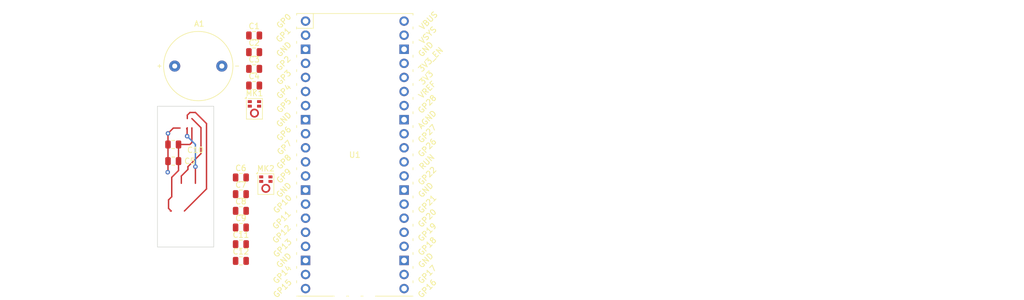
<source format=kicad_pcb>
(kicad_pcb (version 20240108) (generator "pcbnew") (generator_version "8.0")
  (layers (0 "F.Cu" signal) (1 "In1.Cu" power) (2 "In2.Cu" power) (31 "B.Cu" signal) (34 "B.Paste" user) (35 "F.Paste" user) (36 "B.SilkS" user "B.Silkscreen") (37 "F.SilkS" user "F.Silkscreen") (38 "B.Mask" user) (39 "F.Mask" user) (44 "Edge.Cuts" user))
  (net 0 "")
  (net 1 "GND")
  (net 35 "Net-(A1--)")
  (net 36 "Net-(A1-+)")
  (net 37 "39kHz")
  (net 38 "Vbus")
  (net 39 "PDM2")
  (net 40 "3.3V")
  (net 41 "PDM1")
  (net 42 "3.072Mhz clock")
  (net 43 "5V")
  (footprint "Sensor_Audio:Knowles_LGA-5_3.5x2.65mm" (layer "F.Cu") (at 126.705 77.145)
    (property "Reference" "MK2" (at 0 -2.8 0) (layer "F.SilkS"))
    (property "Value" "SPH0641LU4H-1")
    (fp_line (start -1.44 1.86) (end -1.44 -1.56) (stroke (width 0.12)) (layer "F.SilkS"))
    (fp_line (start -1.14 -1.86) (end 1.44 -1.86) (stroke (width 0.12)) (layer "F.SilkS"))
    (fp_line (start 1.44 -1.86) (end 1.44 1.86) (stroke (width 0.12)) (layer "F.SilkS"))
    (fp_line (start 1.44 1.86) (end -1.44 1.86) (stroke (width 0.12)) (layer "F.SilkS"))
    (fp_poly (pts (xy -1.44 -1.86) (xy -1.72 -1.86) (xy -1.44 -2.14) (xy -1.44 -1.86)) (stroke (width 0.12)) (fill solid) (layer "F.SilkS"))
    (pad "" np_thru_hole circle (at 0 0.77) (size 0.5 0.5) (drill 0.5) (layers "*.Cu" "*.Mask"))
    (pad "1" smd rect (at -0.8375 -1.304) (size 0.725 0.522) (layers "F.Cu" "F.Paste" "F.Mask") (net 39 "PDM2"))
    (pad "2" smd rect (at -0.8375 -0.482) (size 0.725 0.522) (layers "F.Cu" "F.Paste" "F.Mask") (net 40 "3.3V"))
    (pad "3" smd custom (at 0 1.4325) (size 0.3 0.3) (layers "F.Cu" "F.Mask") (net 1 "GND") (options (clearance outline) (anchor circle)) (primitives (gr_circle (center 0 -0.6625) (end 0.6625 -0.6625) (width 0.3) (fill no))))
    (pad "4" smd rect (at 0.8375 -0.482) (size 0.725 0.522) (layers "F.Cu" "F.Paste" "F.Mask") (net 42 "3.072Mhz clock"))
    (pad "5" smd rect (at 0.8375 -1.304) (size 0.725 0.522) (layers "F.Cu" "F.Paste" "F.Mask") (net 40 "3.3V"))
  )
  (footprint "Capacitor_SMD:C_0805_2012Metric" (layer "F.Cu") (at 122.2 78.96)
    (property "Reference" "C7" (at 0 -1.68 0) (layer "F.SilkS") (effects (font (size 1.016 1.016) (thickness 0.1524))))
    (property "Value" "1000pF")
    (fp_line (start -0.261252 -0.735) (end 0.261252 -0.735) (stroke (width 0.1524)) (layer "F.SilkS"))
    (fp_line (start -0.261252 0.735) (end 0.261252 0.735) (stroke (width 0.1524)) (layer "F.SilkS"))
    (pad "1" smd roundrect (at -0.95 0) (size 1 1.45) (layers "F.Cu" "F.Paste" "F.Mask") (net 1 "GND"))
    (pad "2" smd roundrect (at 0.95 0) (size 1 1.45) (layers "F.Cu" "F.Paste" "F.Mask") (net 40 "3.3V"))
  )
  (footprint "Capacitor_SMD:C_0805_2012Metric" (layer "F.Cu") (at 124.595 50.3325)
    (property "Reference" "C1" (at 0 -1.68 0) (layer "F.SilkS") (effects (font (size 1.016 1.016) (thickness 0.1524))))
    (property "Value" "0.1uF")
    (fp_line (start -0.261252 -0.735) (end 0.261252 -0.735) (stroke (width 0.1524)) (layer "F.SilkS"))
    (fp_line (start -0.261252 0.735) (end 0.261252 0.735) (stroke (width 0.1524)) (layer "F.SilkS"))
    (pad "1" smd roundrect (at -0.95 0) (size 1 1.45) (layers "F.Cu" "F.Paste" "F.Mask") (net 1 "GND"))
    (pad "2" smd roundrect (at 0.95 0) (size 1 1.45) (layers "F.Cu" "F.Paste" "F.Mask") (net 37 "39kHz"))
  )
  (footprint "Capacitor_SMD:C_0805_2012Metric" (layer "F.Cu") (at 122.2 75.95)
    (property "Reference" "C6" (at 0 -1.68 0) (layer "F.SilkS") (effects (font (size 1.016 1.016) (thickness 0.1524))))
    (property "Value" "0.1uF")
    (fp_line (start -0.261252 -0.735) (end 0.261252 -0.735) (stroke (width 0.1524)) (layer "F.SilkS"))
    (fp_line (start -0.261252 0.735) (end 0.261252 0.735) (stroke (width 0.1524)) (layer "F.SilkS"))
    (pad "1" smd roundrect (at -0.95 0) (size 1 1.45) (layers "F.Cu" "F.Paste" "F.Mask") (net 1 "GND"))
    (pad "2" smd roundrect (at 0.95 0) (size 1 1.45) (layers "F.Cu" "F.Paste" "F.Mask") (net 40 "3.3V"))
  )
  (footprint "Capacitor_SMD:C_0805_2012Metric" (layer "F.Cu") (at 110 70)
    (property "Reference" "C10" (at 4 1 0) (layer "F.SilkS") (effects (font (size 1.016 1.016) (thickness 0.1524))))
    (property "Value" "1000pF")
    (fp_line (start -0.261252 -0.735) (end 0.261252 -0.735) (stroke (width 0.1524)) (layer "F.SilkS"))
    (fp_line (start -0.261252 0.735) (end 0.261252 0.735) (stroke (width 0.1524)) (layer "F.SilkS"))
    (pad "1" smd roundrect (at -0.95 0) (size 1 1.45) (layers "F.Cu" "F.Paste" "F.Mask") (net 1 "GND"))
    (pad "2" smd roundrect (at 0.95 0) (size 1 1.45) (layers "F.Cu" "F.Paste" "F.Mask") (net 39 "PDM2"))
  )
  (footprint "Audio_Module:XDCR_CUSA-T75-18-2400-TH" (layer "F.Cu") (at 114.5135 55.8525)
    (property "Reference" "A1" (at 0.175 -7.635 0) (layer "F.SilkS"))
    (property "Value" "CUSA-T75-18-2400-TH")
    (fp_line (start -7.3 0) (end -6.7 0) (stroke (width 0.127)) (layer "F.SilkS"))
    (fp_line (start -7 -0.3) (end -7 0.3) (stroke (width 0.127)) (layer "F.SilkS"))
    (fp_line (start 7.3 0) (end 6.7 0) (stroke (width 0.127)) (layer "F.SilkS"))
    (fp_circle (center 0 0) (end 6.25 0) (stroke (width 0.127)) (fill none) (layer "F.SilkS"))
    (pad "N" thru_hole circle (at 4.25 0) (size 2 2) (drill 0.9) (layers "*.Cu" "*.Mask") (net 35 "Net-(A1--)"))
    (pad "P" thru_hole circle (at -4.25 0) (size 2 2) (drill 0.9) (layers "*.Cu" "*.Mask") (net 36 "Net-(A1-+)"))
  )
  (footprint "Capacitor_SMD:C_0805_2012Metric" (layer "F.Cu") (at 124.595 56.3525)
    (property "Reference" "C3" (at 0 -1.68 0) (layer "F.SilkS") (effects (font (size 1.016 1.016) (thickness 0.1524))))
    (property "Value" "0.1uF")
    (fp_line (start -0.261252 -0.735) (end 0.261252 -0.735) (stroke (width 0.1524)) (layer "F.SilkS"))
    (fp_line (start -0.261252 0.735) (end 0.261252 0.735) (stroke (width 0.1524)) (layer "F.SilkS"))
    (pad "1" smd roundrect (at -0.95 0) (size 1 1.45) (layers "F.Cu" "F.Paste" "F.Mask") (net 1 "GND"))
    (pad "2" smd roundrect (at 0.95 0) (size 1 1.45) (layers "F.Cu" "F.Paste" "F.Mask") (net 38 "Vbus"))
  )
  (footprint "Capacitor_SMD:C_0805_2012Metric" (layer "F.Cu") (at 110 73)
    (property "Reference" "C5" (at 3 0 0) (layer "F.SilkS") (effects (font (size 1.016 1.016) (thickness 0.1524))))
    (property "Value" "0.1uF")
    (fp_line (start -0.261252 -0.735) (end 0.261252 -0.735) (stroke (width 0.1524)) (layer "F.SilkS"))
    (fp_line (start -0.261252 0.735) (end 0.261252 0.735) (stroke (width 0.1524)) (layer "F.SilkS"))
    (pad "1" smd roundrect (at -0.95 0) (size 1 1.45) (layers "F.Cu" "F.Paste" "F.Mask") (net 1 "GND"))
    (pad "2" smd roundrect (at 0.95 0) (size 1 1.45) (layers "F.Cu" "F.Paste" "F.Mask") (net 39 "PDM2"))
  )
  (footprint "Capacitor_SMD:C_0805_2012Metric" (layer "F.Cu") (at 124.595 53.3425)
    (property "Reference" "C2" (at 0 -1.68 0) (layer "F.SilkS") (effects (font (size 1.016 1.016) (thickness 0.1524))))
    (property "Value" "1000pF")
    (fp_line (start -0.261252 -0.735) (end 0.261252 -0.735) (stroke (width 0.1524)) (layer "F.SilkS"))
    (fp_line (start -0.261252 0.735) (end 0.261252 0.735) (stroke (width 0.1524)) (layer "F.SilkS"))
    (pad "1" smd roundrect (at -0.95 0) (size 1 1.45) (layers "F.Cu" "F.Paste" "F.Mask") (net 1 "GND"))
    (pad "2" smd roundrect (at 0.95 0) (size 1 1.45) (layers "F.Cu" "F.Paste" "F.Mask") (net 37 "39kHz"))
  )
  (footprint "Capacitor_SMD:C_0805_2012Metric" (layer "F.Cu") (at 124.595 59.3625)
    (property "Reference" "C4" (at 0 -1.68 0) (layer "F.SilkS") (effects (font (size 1.016 1.016) (thickness 0.1524))))
    (property "Value" "1000pF")
    (fp_line (start -0.261252 -0.735) (end 0.261252 -0.735) (stroke (width 0.1524)) (layer "F.SilkS"))
    (fp_line (start -0.261252 0.735) (end 0.261252 0.735) (stroke (width 0.1524)) (layer "F.SilkS"))
    (pad "1" smd roundrect (at -0.95 0) (size 1 1.45) (layers "F.Cu" "F.Paste" "F.Mask") (net 1 "GND"))
    (pad "2" smd roundrect (at 0.95 0) (size 1 1.45) (layers "F.Cu" "F.Paste" "F.Mask") (net 38 "Vbus"))
  )
  (footprint "Capacitor_SMD:C_0805_2012Metric" (layer "F.Cu") (at 122.2 81.97)
    (property "Reference" "C8" (at 0 -1.68 0) (layer "F.SilkS") (effects (font (size 1.016 1.016) (thickness 0.1524))))
    (property "Value" "0.1uF")
    (fp_line (start -0.261252 -0.735) (end 0.261252 -0.735) (stroke (width 0.1524)) (layer "F.SilkS"))
    (fp_line (start -0.261252 0.735) (end 0.261252 0.735) (stroke (width 0.1524)) (layer "F.SilkS"))
    (pad "1" smd roundrect (at -0.95 0) (size 1 1.45) (layers "F.Cu" "F.Paste" "F.Mask") (net 1 "GND"))
    (pad "2" smd roundrect (at 0.95 0) (size 1 1.45) (layers "F.Cu" "F.Paste" "F.Mask") (net 40 "3.3V"))
  )
  (footprint "Sensor_Audio:Knowles_LGA-5_3.5x2.65mm" (layer "F.Cu") (at 124.65 63.5675)
    (property "Reference" "MK1" (at 0 -2.8 0) (layer "F.SilkS"))
    (property "Value" "SPH0641LU4H-1")
    (fp_line (start -1.44 1.86) (end -1.44 -1.56) (stroke (width 0.12)) (layer "F.SilkS"))
    (fp_line (start -1.14 -1.86) (end 1.44 -1.86) (stroke (width 0.12)) (layer "F.SilkS"))
    (fp_line (start 1.44 -1.86) (end 1.44 1.86) (stroke (width 0.12)) (layer "F.SilkS"))
    (fp_line (start 1.44 1.86) (end -1.44 1.86) (stroke (width 0.12)) (layer "F.SilkS"))
    (fp_poly (pts (xy -1.44 -1.86) (xy -1.72 -1.86) (xy -1.44 -2.14) (xy -1.44 -1.86)) (stroke (width 0.12)) (fill solid) (layer "F.SilkS"))
    (pad "" np_thru_hole circle (at 0 0.77) (size 0.5 0.5) (drill 0.5) (layers "*.Cu" "*.Mask"))
    (pad "1" smd rect (at -0.8375 -1.304) (size 0.725 0.522) (layers "F.Cu" "F.Paste" "F.Mask") (net 41 "PDM1"))
    (pad "2" smd rect (at -0.8375 -0.482) (size 0.725 0.522) (layers "F.Cu" "F.Paste" "F.Mask") (net 40 "3.3V"))
    (pad "3" smd custom (at 0 1.4325) (size 0.3 0.3) (layers "F.Cu" "F.Mask") (net 1 "GND") (options (clearance outline) (anchor circle)) (primitives (gr_circle (center 0 -0.6625) (end 0.6625 -0.6625) (width 0.3) (fill no))))
    (pad "4" smd rect (at 0.8375 -0.482) (size 0.725 0.522) (layers "F.Cu" "F.Paste" "F.Mask") (net 42 "3.072Mhz clock"))
    (pad "5" smd rect (at 0.8375 -1.304) (size 0.725 0.522) (layers "F.Cu" "F.Paste" "F.Mask") (net 40 "3.3V"))
  )
  (footprint "Capacitor_SMD:C_0805_2012Metric" (layer "F.Cu") (at 122.2 91)
    (property "Reference" "C12" (at 0 -1.68 0) (layer "F.SilkS") (effects (font (size 1.016 1.016) (thickness 0.1524))))
    (property "Value" "1000pF")
    (fp_line (start -0.261252 -0.735) (end 0.261252 -0.735) (stroke (width 0.1524)) (layer "F.SilkS"))
    (fp_line (start -0.261252 0.735) (end 0.261252 0.735) (stroke (width 0.1524)) (layer "F.SilkS"))
    (pad "1" smd roundrect (at -0.95 0) (size 1 1.45) (layers "F.Cu" "F.Paste" "F.Mask") (net 1 "GND"))
    (pad "2" smd roundrect (at 0.95 0) (size 1 1.45) (layers "F.Cu" "F.Paste" "F.Mask") (net 41 "PDM1"))
  )
  (footprint "Capacitor_SMD:C_0805_2012Metric" (layer "F.Cu") (at 122.2 84.98)
    (property "Reference" "C9" (at 0 -1.68 0) (layer "F.SilkS") (effects (font (size 1.016 1.016) (thickness 0.1524))))
    (property "Value" "1000pF")
    (fp_line (start -0.261252 -0.735) (end 0.261252 -0.735) (stroke (width 0.1524)) (layer "F.SilkS"))
    (fp_line (start -0.261252 0.735) (end 0.261252 0.735) (stroke (width 0.1524)) (layer "F.SilkS"))
    (pad "1" smd roundrect (at -0.95 0) (size 1 1.45) (layers "F.Cu" "F.Paste" "F.Mask") (net 1 "GND"))
    (pad "2" smd roundrect (at 0.95 0) (size 1 1.45) (layers "F.Cu" "F.Paste" "F.Mask") (net 40 "3.3V"))
  )
  (footprint "Capacitor_SMD:C_0805_2012Metric" (layer "F.Cu") (at 122.2 87.99)
    (property "Reference" "C11" (at 0 -1.68 0) (layer "F.SilkS") (effects (font (size 1.016 1.016) (thickness 0.1524))))
    (property "Value" "0.1uF")
    (fp_line (start -0.261252 -0.735) (end 0.261252 -0.735) (stroke (width 0.1524)) (layer "F.SilkS"))
    (fp_line (start -0.261252 0.735) (end 0.261252 0.735) (stroke (width 0.1524)) (layer "F.SilkS"))
    (pad "1" smd roundrect (at -0.95 0) (size 1 1.45) (layers "F.Cu" "F.Paste" "F.Mask") (net 1 "GND"))
    (pad "2" smd roundrect (at 0.95 0) (size 1 1.45) (layers "F.Cu" "F.Paste" "F.Mask") (net 41 "PDM1"))
  )
  (footprint "491_Footprints:Pico W" (layer "F.Cu") (at 142.76 71.87)
    (property "Reference" "U1" (at 0 0 0) (layer "F.SilkS") (effects (font (size 1.016 1.016) (thickness 0.1524))))
    (property "Value" "~")
    (fp_line (start -10.5 -25.5) (end -10.5 -25.2) (stroke (width 0.12)) (layer "F.SilkS"))
    (fp_line (start -10.5 -25.5) (end 10.5 -25.5) (stroke (width 0.12)) (layer "F.SilkS"))
    (fp_line (start -10.5 -23.1) (end -10.5 -22.7) (stroke (width 0.12)) (layer "F.SilkS"))
    (fp_line (start -10.5 -22.833) (end -7.493 -22.833) (stroke (width 0.12)) (layer "F.SilkS"))
    (fp_line (start -10.5 -20.5) (end -10.5 -20.1) (stroke (width 0.12)) (layer "F.SilkS"))
    (fp_line (start -10.5 -18) (end -10.5 -17.6) (stroke (width 0.12)) (layer "F.SilkS"))
    (fp_line (start -10.5 -15.4) (end -10.5 -15) (stroke (width 0.12)) (layer "F.SilkS"))
    (fp_line (start -10.5 -12.9) (end -10.5 -12.5) (stroke (width 0.12)) (layer "F.SilkS"))
    (fp_line (start -10.5 -10.4) (end -10.5 -10) (stroke (width 0.12)) (layer "F.SilkS"))
    (fp_line (start -10.5 -7.8) (end -10.5 -7.4) (stroke (width 0.12)) (layer "F.SilkS"))
    (fp_line (start -10.5 -5.3) (end -10.5 -4.9) (stroke (width 0.12)) (layer "F.SilkS"))
    (fp_line (start -10.5 -2.7) (end -10.5 -2.3) (stroke (width 0.12)) (layer "F.SilkS"))
    (fp_line (start -10.5 -0.2) (end -10.5 0.2) (stroke (width 0.12)) (layer "F.SilkS"))
    (fp_line (start -10.5 2.3) (end -10.5 2.7) (stroke (width 0.12)) (layer "F.SilkS"))
    (fp_line (start -10.5 4.9) (end -10.5 5.3) (stroke (width 0.12)) (layer "F.SilkS"))
    (fp_line (start -10.5 7.4) (end -10.5 7.8) (stroke (width 0.12)) (layer "F.SilkS"))
    (fp_line (start -10.5 10) (end -10.5 10.4) (stroke (width 0.12)) (layer "F.SilkS"))
    (fp_line (start -10.5 12.5) (end -10.5 12.9) (stroke (width 0.12)) (layer "F.SilkS"))
    (fp_line (start -10.5 15.1) (end -10.5 15.5) (stroke (width 0.12)) (layer "F.SilkS"))
    (fp_line (start -10.5 17.6) (end -10.5 18) (stroke (width 0.12)) (layer "F.SilkS"))
    (fp_line (start -10.5 20.1) (end -10.5 20.5) (stroke (width 0.12)) (layer "F.SilkS"))
    (fp_line (start -10.5 22.7) (end -10.5 23.1) (stroke (width 0.12)) (layer "F.SilkS"))
    (fp_line (start -7.493 -22.833) (end -7.493 -25.5) (stroke (width 0.12)) (layer "F.SilkS"))
    (fp_line (start -3.7 25.5) (end -10.5 25.5) (stroke (width 0.12)) (layer "F.SilkS"))
    (fp_line (start -1.5 25.5) (end -1.1 25.5) (stroke (width 0.12)) (layer "F.SilkS"))
    (fp_line (start 1.1 25.5) (end 1.5 25.5) (stroke (width 0.12)) (layer "F.SilkS"))
    (fp_line (start 10.5 -25.5) (end 10.5 -25.2) (stroke (width 0.12)) (layer "F.SilkS"))
    (fp_line (start 10.5 -23.1) (end 10.5 -22.7) (stroke (width 0.12)) (layer "F.SilkS"))
    (fp_line (start 10.5 -20.5) (end 10.5 -20.1) (stroke (width 0.12)) (layer "F.SilkS"))
    (fp_line (start 10.5 -18) (end 10.5 -17.6) (stroke (width 0.12)) (layer "F.SilkS"))
    (fp_line (start 10.5 -15.4) (end 10.5 -15) (stroke (width 0.12)) (layer "F.SilkS"))
    (fp_line (start 10.5 -12.9) (end 10.5 -12.5) (stroke (width 0.12)) (layer "F.SilkS"))
    (fp_line (start 10.5 -10.4) (end 10.5 -10) (stroke (width 0.12)) (layer "F.SilkS"))
    (fp_line (start 10.5 -7.8) (end 10.5 -7.4) (stroke (width 0.12)) (layer "F.SilkS"))
    (fp_line (start 10.5 -5.3) (end 10.5 -4.9) (stroke (width 0.12)) (layer "F.SilkS"))
    (fp_line (start 10.5 -2.7) (end 10.5 -2.3) (stroke (width 0.12)) (layer "F.SilkS"))
    (fp_line (start 10.5 -0.2) (end 10.5 0.2) (stroke (width 0.12)) (layer "F.SilkS"))
    (fp_line (start 10.5 2.3) (end 10.5 2.7) (stroke (width 0.12)) (layer "F.SilkS"))
    (fp_line (start 10.5 4.9) (end 10.5 5.3) (stroke (width 0.12)) (layer "F.SilkS"))
    (fp_line (start 10.5 7.4) (end 10.5 7.8) (stroke (width 0.12)) (layer "F.SilkS"))
    (fp_line (start 10.5 10) (end 10.5 10.4) (stroke (width 0.12)) (layer "F.SilkS"))
    (fp_line (start 10.5 12.5) (end 10.5 12.9) (stroke (width 0.12)) (layer "F.SilkS"))
    (fp_line (start 10.5 15.1) (end 10.5 15.5) (stroke (width 0.12)) (layer "F.SilkS"))
    (fp_line (start 10.5 17.6) (end 10.5 18) (stroke (width 0.12)) (layer "F.SilkS"))
    (fp_line (start 10.5 20.1) (end 10.5 20.5) (stroke (width 0.12)) (layer "F.SilkS"))
    (fp_line (start 10.5 22.7) (end 10.5 23.1) (stroke (width 0.12)) (layer "F.SilkS"))
    (fp_line (start 10.5 25.5) (end 3.7 25.5) (stroke (width 0.12)) (layer "F.SilkS"))
    (fp_text user "GND" (at -12.8 -6.35 45) (layer "F.SilkS") (effects (font (size 1.016 1.016) (thickness 0.1524))))
    (fp_text user "GP15" (at -13.054 24.13 45) (layer "F.SilkS") (effects (font (size 1.016 1.016) (thickness 0.1524))))
    (fp_text user "GP7" (at -12.7 -1.3 45) (layer "F.SilkS") (effects (font (size 1.016 1.016) (thickness 0.1524))))
    (fp_text user "GP5" (at -12.8 -8.89 45) (layer "F.SilkS") (effects (font (size 1.016 1.016) (thickness 0.1524))))
    (fp_text user "GP27" (at 13.054 -3.8 45) (layer "F.SilkS") (effects (font (size 1.016 1.016) (thickness 0.1524))))
    (fp_text user "GP9" (at -12.8 3.81 45) (layer "F.SilkS") (effects (font (size 1.016 1.016) (thickness 0.1524))))
    (fp_text user "GP3" (at -12.8 -13.97 45) (layer "F.SilkS") (effects (font (size 1.016 1.016) (thickness 0.1524))))
    (fp_text user "GND" (at -12.8 6.35 45) (layer "F.SilkS") (effects (font (size 1.016 1.016) (thickness 0.1524))))
    (fp_text user "GP14" (at -13.1 21.59 45) (layer "F.SilkS") (effects (font (size 1.016 1.016) (thickness 0.1524))))
    (fp_text user "GP0" (at -12.8 -24.13 45) (layer "F.SilkS") (effects (font (size 1.016 1.016) (thickness 0.1524))))
    (fp_text user "GP4" (at -12.8 -11.43 45) (layer "F.SilkS") (effects (font (size 1.016 1.016) (thickness 0.1524))))
    (fp_text user "GP19" (at 13.054 13.97 45) (layer "F.SilkS") (effects (font (size 1.016 1.016) (thickness 0.1524))))
    (fp_text user "GP21" (at 13.054 8.9 45) (layer "F.SilkS") (effects (font (size 1.016 1.016) (thickness 0.1524))))
    (fp_text user "RUN" (at 13 1.27 45) (layer "F.SilkS") (effects (font (size 1.016 1.016) (thickness 0.1524))))
    (fp_text user "GND" (at 12.8 -19.05 45) (layer "F.SilkS") (effects (font (size 1.016 1.016) (thickness 0.1524))))
    (fp_text user "GP28" (at 13.054 -9.144 45) (layer "F.SilkS") (effects (font (size 1.016 1.016) (thickness 0.1524))))
    (fp_text user "GND" (at -12.8 19.05 45) (layer "F.SilkS") (effects (font (size 1.016 1.016) (thickness 0.1524))))
    (fp_text user "GP18" (at 13.054 16.51 45) (layer "F.SilkS") (effects (font (size 1.016 1.016) (thickness 0.1524))))
    (fp_text user "GND" (at 12.8 19.05 45) (layer "F.SilkS") (effects (font (size 1.016 1.016) (thickness 0.1524))))
    (fp_text user "GP26" (at 13.054 -1.27 45) (layer "F.SilkS") (effects (font (size 1.016 1.016) (thickness 0.1524))))
    (fp_text user "VREF" (at 13.0675 -11.7425 45) (layer "F.SilkS") (effects (font (size 1.016 1.016) (thickness 0.1524))))
    (fp_text user "GP1" (at -12.9 -21.6 45) (layer "F.SilkS") (effects (font (size 1.016 1.016) (thickness 0.1524))))
    (fp_text user "GP22" (at 13.054 3.81 45) (layer "F.SilkS") (effects (font (size 1.016 1.016) (thickness 0.1524))))
    (fp_text user "GP20" (at 13.054 11.43 45) (layer "F.SilkS") (effects (font (size 1.016 1.016) (thickness 0.1524))))
    (fp_text user "VSYS" (at 13.2 -21.59 45) (layer "F.SilkS") (effects (font (size 1.016 1.016) (thickness 0.1524))))
    (fp_text user "GP11" (at -13.2 11.7525 45) (layer "F.SilkS") (effects (font (size 1.016 1.016) (thickness 0.1524))))
    (fp_text user "GP13" (at -13.054 16.8325 45) (layer "F.SilkS") (effects (font (size 1.016 1.016) (thickness 0.1524))))
    (fp_text user "GP8" (at -12.8 1.27 45) (layer "F.SilkS") (effects (font (size 1.016 1.016) (thickness 0.1524))))
    (fp_text user "AGND" (at 13.054 -6.35 45) (layer "F.SilkS") (effects (font (size 1.016 1.016) (thickness 0.1524))))
    (fp_text user "GP12" (at -13.2 14.2925 45) (layer "F.SilkS") (effects (font (size 1.016 1.016) (thickness 0.1524))))
    (fp_text user "GP10" (at -13.054 8.89 45) (layer "F.SilkS") (effects (font (size 1.016 1.016) (thickness 0.1524))))
    (fp_text user "GP6" (at -12.8 -3.81 45) (layer "F.SilkS") (effects (font (size 1.016 1.016) (thickness 0.1524))))
    (fp_text user "GND" (at -12.8 -19.05 45) (layer "F.SilkS") (effects (font (size 1.016 1.016) (thickness 0.1524))))
    (fp_text user "VBUS" (at 13.3 -24.2 45) (layer "F.SilkS") (effects (font (size 1.016 1.016) (thickness 0.1524))))
    (fp_text user "3V3" (at 12.9 -13.9 45) (layer "F.SilkS") (effects (font (size 1.016 1.016) (thickness 0.1524))))
    (fp_text user "GND" (at 12.8 6.35 45) (layer "F.SilkS") (effects (font (size 1.016 1.016) (thickness 0.1524))))
    (fp_text user "3V3_EN" (at 13.7 -17.2 45) (layer "F.SilkS") (effects (font (size 1.016 1.016) (thickness 0.1524))))
    (fp_text user "GP16" (at 13.054 24.13 45) (layer "F.SilkS") (effects (font (size 1.016 1.016) (thickness 0.1524))))
    (fp_text user "GP2" (at -12.9 -16.51 45) (layer "F.SilkS") (effects (font (size 1.016 1.016) (thickness 0.1524))))
    (fp_text user "GP17" (at 13.054 21.59 45) (layer "F.SilkS") (effects (font (size 1.016 1.016) (thickness 0.1524))))
    (pad "1" thru_hole oval (at -8.89 -24.13) (size 1.7 1.7) (drill 1.02) (layers "*.Cu" "*.Mask") (net 37 "39kHz"))
    (pad "2" thru_hole oval (at -8.89 -21.59) (size 1.7 1.7) (drill 1.02) (layers "*.Cu" "*.Mask"))
    (pad "3" thru_hole rect (at -8.89 -19.05) (size 1.7 1.7) (drill 1.02) (layers "*.Cu" "*.Mask") (net 1 "GND"))
    (pad "4" thru_hole oval (at -8.89 -16.51) (size 1.7 1.7) (drill 1.02) (layers "*.Cu" "*.Mask"))
    (pad "5" thru_hole oval (at -8.89 -13.97) (size 1.7 1.7) (drill 1.02) (layers "*.Cu" "*.Mask"))
    (pad "6" thru_hole oval (at -8.89 -11.43) (size 1.7 1.7) (drill 1.02) (layers "*.Cu" "*.Mask"))
    (pad "7" thru_hole oval (at -8.89 -8.89) (size 1.7 1.7) (drill 1.02) (layers "*.Cu" "*.Mask"))
    (pad "8" thru_hole rect (at -8.89 -6.35) (size 1.7 1.7) (drill 1.02) (layers "*.Cu" "*.Mask"))
    (pad "9" thru_hole oval (at -8.89 -3.81) (size 1.7 1.7) (drill 1.02) (layers "*.Cu" "*.Mask"))
    (pad "10" thru_hole oval (at -8.89 -1.27) (size 1.7 1.7) (drill 1.02) (layers "*.Cu" "*.Mask"))
    (pad "11" thru_hole oval (at -8.89 1.27) (size 1.7 1.7) (drill 1.02) (layers "*.Cu" "*.Mask"))
    (pad "12" thru_hole oval (at -8.89 3.81) (size 1.7 1.7) (drill 1.02) (layers "*.Cu" "*.Mask"))
    (pad "13" thru_hole rect (at -8.89 6.35) (size 1.7 1.7) (drill 1.02) (layers "*.Cu" "*.Mask"))
    (pad "14" thru_hole oval (at -8.89 8.89) (size 1.7 1.7) (drill 1.02) (layers "*.Cu" "*.Mask"))
    (pad "15" thru_hole oval (at -8.89 11.43) (size 1.7 1.7) (drill 1.02) (layers "*.Cu" "*.Mask"))
    (pad "16" thru_hole oval (at -8.89 13.97) (size 1.7 1.7) (drill 1.02) (layers "*.Cu" "*.Mask"))
    (pad "17" thru_hole oval (at -8.89 16.51) (size 1.7 1.7) (drill 1.02) (layers "*.Cu" "*.Mask"))
    (pad "18" thru_hole rect (at -8.89 19.05) (size 1.7 1.7) (drill 1.02) (layers "*.Cu" "*.Mask"))
    (pad "19" thru_hole oval (at -8.89 21.59) (size 1.7 1.7) (drill 1.02) (layers "*.Cu" "*.Mask"))
    (pad "20" thru_hole oval (at -8.89 24.13) (size 1.7 1.7) (drill 1.02) (layers "*.Cu" "*.Mask"))
    (pad "21" thru_hole oval (at 8.89 24.13) (size 1.7 1.7) (drill 1.02) (layers "*.Cu" "*.Mask") (net 42 "3.072Mhz clock"))
    (pad "22" thru_hole oval (at 8.89 21.59) (size 1.7 1.7) (drill 1.02) (layers "*.Cu" "*.Mask"))
    (pad "23" thru_hole rect (at 8.89 19.05) (size 1.7 1.7) (drill 1.02) (layers "*.Cu" "*.Mask"))
    (pad "24" thru_hole oval (at 8.89 16.51) (size 1.7 1.7) (drill 1.02) (layers "*.Cu" "*.Mask") (net 39 "PDM2"))
    (pad "25" thru_hole oval (at 8.89 13.97) (size 1.7 1.7) (drill 1.02) (layers "*.Cu" "*.Mask") (net 41 "PDM1"))
    (pad "26" thru_hole oval (at 8.89 11.43) (size 1.7 1.7) (drill 1.02) (layers "*.Cu" "*.Mask"))
    (pad "27" thru_hole oval (at 8.89 8.89) (size 1.7 1.7) (drill 1.02) (layers "*.Cu" "*.Mask"))
    (pad "28" thru_hole rect (at 8.89 6.35) (size 1.7 1.7) (drill 1.02) (layers "*.Cu" "*.Mask"))
    (pad "29" thru_hole oval (at 8.89 3.81) (size 1.7 1.7) (drill 1.02) (layers "*.Cu" "*.Mask"))
    (pad "30" thru_hole oval (at 8.89 1.27) (size 1.7 1.7) (drill 1.02) (layers "*.Cu" "*.Mask"))
    (pad "31" thru_hole oval (at 8.89 -1.27) (size 1.7 1.7) (drill 1.02) (layers "*.Cu" "*.Mask"))
    (pad "32" thru_hole oval (at 8.89 -3.81) (size 1.7 1.7) (drill 1.02) (layers "*.Cu" "*.Mask"))
    (pad "33" thru_hole rect (at 8.89 -6.35) (size 1.7 1.7) (drill 1.02) (layers "*.Cu" "*.Mask"))
    (pad "34" thru_hole oval (at 8.89 -8.89) (size 1.7 1.7) (drill 1.02) (layers "*.Cu" "*.Mask"))
    (pad "35" thru_hole oval (at 8.89 -11.43) (size 1.7 1.7) (drill 1.02) (layers "*.Cu" "*.Mask"))
    (pad "36" thru_hole oval (at 8.89 -13.97) (size 1.7 1.7) (drill 1.02) (layers "*.Cu" "*.Mask") (net 40 "3.3V"))
    (pad "37" thru_hole oval (at 8.89 -16.51) (size 1.7 1.7) (drill 1.02) (layers "*.Cu" "*.Mask"))
    (pad "38" thru_hole rect (at 8.89 -19.05) (size 1.7 1.7) (drill 1.02) (layers "*.Cu" "*.Mask"))
    (pad "39" thru_hole oval (at 8.89 -21.59) (size 1.7 1.7) (drill 1.02) (layers "*.Cu" "*.Mask"))
    (pad "40" thru_hole oval (at 8.89 -24.13) (size 1.7 1.7) (drill 1.02) (layers "*.Cu" "*.Mask") (net 43 "5V"))
  )
  (gr_rect (start 107.15 63.1) (end 117.31 88.5) (stroke (width 0.1)) (fill none) (layer "Edge.Cuts"))
  (segment (start 112.46025 67.07915) (end 112.5394 67) (width 0.25) (layer "F.Cu") (net 0))
  (segment (start 114 77) (end 114 74) (width 0.25) (layer "F.Cu") (net 0))
  (segment (start 113.0211 64.225) (end 112.5394 64.7067) (width 0.25) (layer "F.Cu") (net 0))
  (segment (start 115 66.9636) (end 113.3614 65.325) (width 0.25) (layer "F.Cu") (net 0))
  (segment (start 112.015 82) (end 116 78.015) (width 0.25) (layer "F.Cu") (net 0))
  (segment (start 112.5394 64.7067) (end 112.5394 65.325) (width 0.25) (layer "F.Cu") (net 0))
  (segment (start 111.46 75.69) (end 112.65 74.5) (width 0.25) (layer "F.Cu") (net 0))
  (segment (start 112.46025 67.2155) (end 112.46025 67.07915) (width 0.25) (layer "F.Cu") (net 0))
  (segment (start 112.65 74.5) (end 112.65 74) (width 0.25) (layer "F.Cu") (net 0))
  (segment (start 112.65 74) (end 115 71.65) (width 0.25) (layer "F.Cu") (net 0))
  (segment (start 112.5 67.25525) (end 112.46025 67.2155) (width 0.25) (layer "F.Cu") (net 0))
  (segment (start 116 66.225) (end 114 64.225) (width 0.25) (layer "F.Cu") (net 0))
  (segment (start 112.5 68.5) (end 112.5 67.25525) (width 0.25) (layer "F.Cu") (net 0))
  (segment (start 115 71.65) (end 115 66.9636) (width 0.25) (layer "F.Cu") (net 0))
  (segment (start 114 64.225) (end 113.0211 64.225) (width 0.25) (layer "F.Cu") (net 0))
  (segment (start 116 78.015) (end 116 66.225) (width 0.25) (layer "F.Cu") (net 0))
  (segment (start 111.46 77) (end 111.46 75.69) (width 0.25) (layer "F.Cu") (net 0))
  (via (at 112.5 68.5) (size 0.8) (drill 0.4) (layers "F.Cu" "B.Cu") (net 0))
  (via (at 114 74) (size 0.8) (drill 0.4) (layers "F.Cu" "B.Cu") (net 0))
  (segment (start 114 70) (end 114 74) (width 0.25) (layer "B.Cu") (net 0))
  (segment (start 112.5 68.5) (end 114 70) (width 0.25) (layer "B.Cu") (net 0))
  (segment (start 109.05 68) (end 109.05 70) (width 0.25) (layer "F.Cu") (net 1))
  (segment (start 111.22075 67.03425) (end 110.01575 67.03425) (width 0.25) (layer "F.Cu") (net 1))
  (segment (start 110.01575 67.03425) (end 109.05 68) (width 0.25) (layer "F.Cu") (net 1))
  (segment (start 109 75) (end 109.05 74.95) (width 0.25) (layer "F.Cu") (net 1))
  (segment (start 109.05 73) (end 109.05 70) (width 0.25) (layer "F.Cu") (net 1))
  (segment (start 109.05 74.95) (end 109.05 73) (width 0.25) (layer "F.Cu") (net 1))
  (via (at 109.05 68) (size 0.8) (drill 0.4) (layers "F.Cu" "B.Cu") (net 1))
  (via (at 109 75) (size 0.8) (drill 0.4) (layers "F.Cu" "B.Cu") (net 1))
  (segment (start 109.625 82) (end 109.475 82) (width 0.25) (layer "F.Cu") (net 39))
  (segment (start 109.725 75.925) (end 110.95 74.7) (width 0.25) (layer "F.Cu") (net 39))
  (segment (start 110.95 70) (end 113 70) (width 0.25) (layer "F.Cu") (net 39))
  (segment (start 113 70) (end 113.3614 69.6386) (width 0.25) (layer "F.Cu") (net 39))
  (segment (start 110.95 74.7) (end 110.95 73) (width 0.25) (layer "F.Cu") (net 39))
  (segment (start 109.15 81.525) (end 109.15 80) (width 0.25) (layer "F.Cu") (net 39))
  (segment (start 110.95 73) (end 110.95 70) (width 0.25) (layer "F.Cu") (net 39))
  (segment (start 109.625 82) (end 109.15 81.525) (width 0.25) (layer "F.Cu") (net 39))
  (segment (start 109.725 79.425) (end 109.725 75.925) (width 0.25) (layer "F.Cu") (net 39))
  (segment (start 113.3614 69.6386) (end 113.3614 67) (width 0.25) (layer "F.Cu") (net 39))
  (segment (start 109.15 80) (end 109.725 79.425) (width 0.25) (layer "F.Cu") (net 39))
)
</source>
